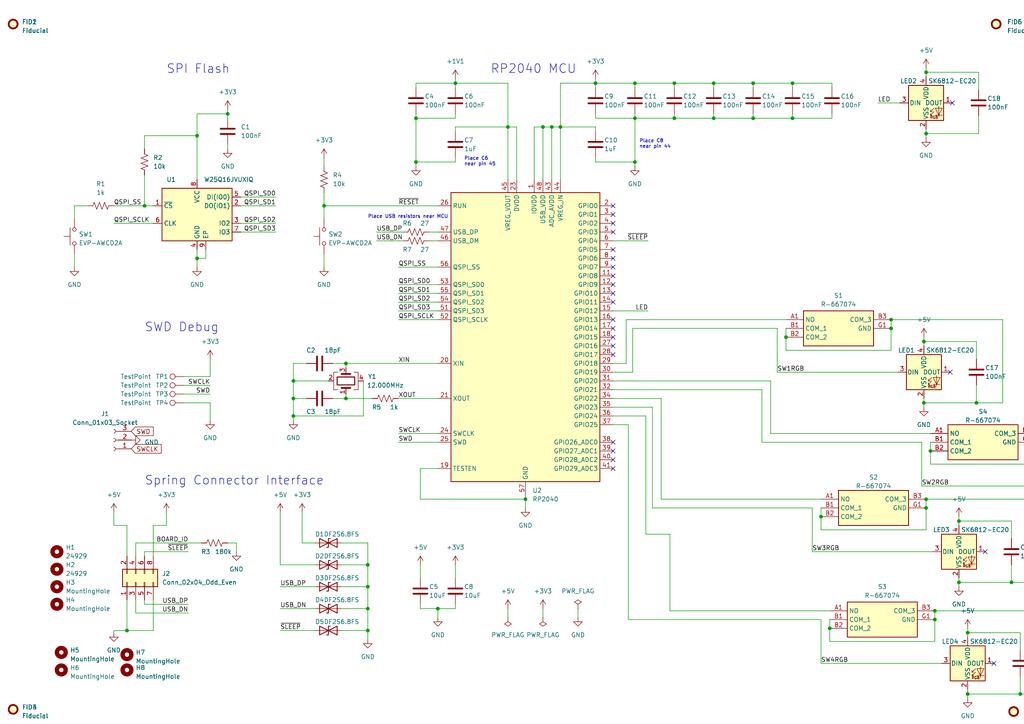
<source format=kicad_sch>
(kicad_sch (version 20230121) (generator eeschema)
  (paper "A4")
  (title_block (title "Macropad Input Modules") (date "2023-07-28") (rev "X1"))
  (junction (at 132.08 24.13))
  (junction (at 41.91 59.69))
  (junction (at 268.605 144.78))
  (junction (at 184.15 34.29))
  (junction (at 280.67 201.295))
  (junction (at 207.01 24.13))
  (junction (at 309.88 132.08))
  (junction (at 218.44 24.13))
  (junction (at 85.09 120.65))
  (junction (at 152.4 144.78))
  (junction (at 268.605 147.32))
  (junction (at 283.21 116.84))
  (junction (at 278.13 168.91))
  (junction (at 268.605 20.955))
  (junction (at 120.65 46.99))
  (junction (at 229.87 24.13))
  (junction (at 293.37 168.91))
  (junction (at 127 176.53))
  (junction (at 100.33 105.41))
  (junction (at 229.87 34.29))
  (junction (at 172.72 24.13))
  (junction (at 106.68 170.18))
  (junction (at 278.13 151.13))
  (junction (at 85.09 110.49))
  (junction (at 218.44 34.29))
  (junction (at 258.445 92.71))
  (junction (at 268.605 38.735))
  (junction (at 195.58 34.29))
  (junction (at 271.145 177.165))
  (junction (at 295.91 201.295))
  (junction (at 100.33 115.57))
  (junction (at 280.67 183.515))
  (junction (at 227.965 97.79))
  (junction (at 267.97 116.84))
  (junction (at 106.68 176.53))
  (junction (at 271.145 179.705))
  (junction (at 106.68 182.88))
  (junction (at 207.01 34.29))
  (junction (at 300.355 125.73))
  (junction (at 147.32 36.83))
  (junction (at 325.12 149.86))
  (junction (at 57.15 39.37))
  (junction (at 238.125 149.86))
  (junction (at 309.88 149.86))
  (junction (at 157.48 36.83))
  (junction (at 120.65 34.29))
  (junction (at 195.58 24.13))
  (junction (at 184.15 24.13))
  (junction (at 66.04 33.02))
  (junction (at 184.15 46.99))
  (junction (at 85.09 115.57))
  (junction (at 240.665 182.245))
  (junction (at 160.02 36.83))
  (junction (at 36.83 182.88))
  (junction (at 93.98 59.69))
  (junction (at 300.355 128.27))
  (junction (at 162.56 36.83))
  (junction (at 57.15 74.93))
  (junction (at 267.97 99.06))
  (junction (at 106.68 163.83))
  (junction (at 269.875 130.81))
  (junction (at 258.445 95.25))
  (no_connect (at 177.8 128.27))
  (no_connect (at 177.8 95.25))
  (no_connect (at 177.8 82.55))
  (no_connect (at 177.8 97.79))
  (no_connect (at 177.8 72.39))
  (no_connect (at 177.8 77.47))
  (no_connect (at 177.8 133.35))
  (no_connect (at 177.8 80.01))
  (no_connect (at 288.29 192.405))
  (no_connect (at 177.8 100.33))
  (no_connect (at 177.8 87.63))
  (no_connect (at 177.8 85.09))
  (no_connect (at 177.8 67.31))
  (no_connect (at 177.8 92.71))
  (no_connect (at 177.8 135.89))
  (no_connect (at 275.59 107.95))
  (no_connect (at 177.8 59.69))
  (no_connect (at 285.75 160.02))
  (no_connect (at 177.8 64.77))
  (no_connect (at 177.8 74.93))
  (no_connect (at 177.8 62.23))
  (no_connect (at 177.8 130.81))
  (no_connect (at 276.225 29.845))
  (no_connect (at 177.8 102.87))
  (no_connect (at 317.5 140.97))
  (wire (pts (xy 177.8 69.85) (xy 187.96 69.85)))
  (wire (pts (xy 33.02 182.88) (xy 33.02 183.515)))
  (wire (pts (xy 187.325 120.65) (xy 177.8 120.65)))
  (wire (pts (xy 147.32 36.83) (xy 147.32 52.07)))
  (wire (pts (xy 121.92 144.78) (xy 152.4 144.78)))
  (wire (pts (xy 59.69 72.39) (xy 59.69 74.93)))
  (wire (pts (xy 147.32 24.13) (xy 132.08 24.13)))
  (wire (pts (xy 240.665 179.705) (xy 240.665 182.245)))
  (wire (pts (xy 66.04 31.75) (xy 66.04 33.02)))
  (wire (pts (xy 283.21 111.76) (xy 283.21 116.84)))
  (wire (pts (xy 183.515 107.95) (xy 177.8 107.95)))
  (wire (pts (xy 293.37 151.13) (xy 293.37 156.21)))
  (wire (pts (xy 184.15 46.99) (xy 184.15 48.26)))
  (wire (pts (xy 152.4 144.78) (xy 152.4 147.32)))
  (wire (pts (xy 300.355 128.27) (xy 300.355 134.62)))
  (wire (pts (xy 33.02 59.69) (xy 41.91 59.69)))
  (wire (pts (xy 157.48 52.07) (xy 157.48 36.83)))
  (wire (pts (xy 227.965 95.25) (xy 227.965 97.79)))
  (wire (pts (xy 278.13 167.64) (xy 278.13 168.91)))
  (wire (pts (xy 99.06 182.88) (xy 106.68 182.88)))
  (wire (pts (xy 100.33 115.57) (xy 107.95 115.57)))
  (wire (pts (xy 218.44 33.02) (xy 218.44 34.29)))
  (wire (pts (xy 227.965 101.6) (xy 258.445 101.6)))
  (wire (pts (xy 207.01 24.13) (xy 207.01 25.4)))
  (wire (pts (xy 109.22 69.85) (xy 116.84 69.85)))
  (wire (pts (xy 191.77 115.57) (xy 177.8 115.57)))
  (wire (pts (xy 240.665 186.055) (xy 271.145 186.055)))
  (wire (pts (xy 21.59 73.66) (xy 21.59 77.47)))
  (wire (pts (xy 238.125 192.405) (xy 238.125 179.705)))
  (wire (pts (xy 41.91 39.37) (xy 57.15 39.37)))
  (wire (pts (xy 267.97 115.57) (xy 267.97 116.84)))
  (wire (pts (xy 121.92 176.53) (xy 127 176.53)))
  (wire (pts (xy 172.72 24.13) (xy 162.56 24.13)))
  (wire (pts (xy 220.98 113.03) (xy 220.98 128.27)))
  (wire (pts (xy 240.665 182.245) (xy 240.665 186.055)))
  (wire (pts (xy 225.425 95.25) (xy 183.515 95.25)))
  (wire (pts (xy 149.86 36.83) (xy 149.86 52.07)))
  (wire (pts (xy 290.83 116.84) (xy 283.21 116.84)))
  (wire (pts (xy 303.53 177.165) (xy 303.53 201.295)))
  (wire (pts (xy 260.35 107.95) (xy 225.425 107.95)))
  (wire (pts (xy 44.45 152.4) (xy 48.26 152.4)))
  (wire (pts (xy 115.57 92.71) (xy 127 92.71)))
  (wire (pts (xy 66.04 157.48) (xy 68.58 157.48)))
  (wire (pts (xy 33.02 64.77) (xy 44.45 64.77)))
  (wire (pts (xy 53.34 116.84) (xy 60.96 116.84)))
  (wire (pts (xy 154.94 36.83) (xy 154.94 52.07)))
  (wire (pts (xy 115.57 128.27) (xy 127 128.27)))
  (wire (pts (xy 268.605 20.955) (xy 268.605 22.225)))
  (wire (pts (xy 69.85 67.31) (xy 80.01 67.31)))
  (wire (pts (xy 120.65 24.13) (xy 132.08 24.13)))
  (wire (pts (xy 121.92 135.89) (xy 121.92 144.78)))
  (wire (pts (xy 172.72 38.1) (xy 172.72 36.83)))
  (wire (pts (xy 195.58 34.29) (xy 207.01 34.29)))
  (wire (pts (xy 191.77 144.78) (xy 191.77 115.57)))
  (wire (pts (xy 99.06 157.48) (xy 106.68 157.48)))
  (wire (pts (xy 184.15 34.29) (xy 184.15 33.02)))
  (wire (pts (xy 183.515 95.25) (xy 183.515 107.95)))
  (wire (pts (xy 268.605 19.685) (xy 268.605 20.955)))
  (wire (pts (xy 207.01 33.02) (xy 207.01 34.29)))
  (wire (pts (xy 189.23 147.32) (xy 235.585 147.32)))
  (wire (pts (xy 254.635 29.845) (xy 260.985 29.845)))
  (wire (pts (xy 187.325 154.94) (xy 187.325 120.65)))
  (wire (pts (xy 85.09 105.41) (xy 85.09 110.49)))
  (wire (pts (xy 85.09 110.49) (xy 95.25 110.49)))
  (wire (pts (xy 194.31 177.165) (xy 240.665 177.165)))
  (wire (pts (xy 309.88 132.08) (xy 309.88 133.35)))
  (wire (pts (xy 309.88 149.86) (xy 309.88 151.13)))
  (wire (pts (xy 184.15 24.13) (xy 195.58 24.13)))
  (wire (pts (xy 295.91 196.215) (xy 295.91 201.295)))
  (wire (pts (xy 157.48 36.83) (xy 160.02 36.83)))
  (wire (pts (xy 41.91 43.18) (xy 41.91 39.37)))
  (wire (pts (xy 270.51 160.02) (xy 235.585 160.02)))
  (wire (pts (xy 57.15 77.47) (xy 57.15 74.93)))
  (wire (pts (xy 57.15 74.93) (xy 57.15 72.39)))
  (wire (pts (xy 57.15 39.37) (xy 57.15 52.07)))
  (wire (pts (xy 120.65 34.29) (xy 132.08 34.29)))
  (wire (pts (xy 36.83 173.99) (xy 36.83 182.88)))
  (wire (pts (xy 115.57 115.57) (xy 127 115.57)))
  (wire (pts (xy 258.445 92.71) (xy 290.83 92.71)))
  (wire (pts (xy 81.28 163.83) (xy 91.44 163.83)))
  (wire (pts (xy 132.08 33.02) (xy 132.08 34.29)))
  (wire (pts (xy 121.92 163.83) (xy 121.92 167.64)))
  (wire (pts (xy 273.05 192.405) (xy 238.125 192.405)))
  (wire (pts (xy 21.59 63.5) (xy 21.59 59.69)))
  (wire (pts (xy 280.67 201.295) (xy 280.67 202.565)))
  (wire (pts (xy 106.68 176.53) (xy 106.68 182.88)))
  (wire (pts (xy 268.605 20.955) (xy 283.845 20.955)))
  (wire (pts (xy 227.965 97.79) (xy 227.965 101.6)))
  (wire (pts (xy 207.01 34.29) (xy 218.44 34.29)))
  (wire (pts (xy 302.26 140.97) (xy 267.335 140.97)))
  (wire (pts (xy 44.45 182.88) (xy 36.83 182.88)))
  (wire (pts (xy 332.74 149.86) (xy 325.12 149.86)))
  (wire (pts (xy 106.68 170.18) (xy 106.68 176.53)))
  (wire (pts (xy 39.37 177.8) (xy 54.61 177.8)))
  (wire (pts (xy 167.64 176.53) (xy 167.64 179.07)))
  (wire (pts (xy 59.69 74.93) (xy 57.15 74.93)))
  (wire (pts (xy 181.61 92.71) (xy 227.965 92.71)))
  (wire (pts (xy 223.52 125.73) (xy 269.875 125.73)))
  (wire (pts (xy 162.56 36.83) (xy 162.56 52.07)))
  (wire (pts (xy 181.61 105.41) (xy 177.8 105.41)))
  (wire (pts (xy 283.845 20.955) (xy 283.845 26.035)))
  (wire (pts (xy 194.31 177.165) (xy 194.31 154.94)))
  (wire (pts (xy 87.63 148.59) (xy 87.63 157.48)))
  (wire (pts (xy 223.52 110.49) (xy 177.8 110.49)))
  (wire (pts (xy 332.74 125.73) (xy 332.74 149.86)))
  (wire (pts (xy 120.65 46.99) (xy 132.08 46.99)))
  (wire (pts (xy 177.8 90.17) (xy 187.96 90.17)))
  (wire (pts (xy 41.91 173.99) (xy 41.91 175.26)))
  (wire (pts (xy 325.12 144.78) (xy 325.12 149.86)))
  (wire (pts (xy 41.91 59.69) (xy 44.45 59.69)))
  (wire (pts (xy 88.9 105.41) (xy 85.09 105.41)))
  (wire (pts (xy 109.22 67.31) (xy 116.84 67.31)))
  (wire (pts (xy 223.52 125.73) (xy 223.52 110.49)))
  (wire (pts (xy 220.98 128.27) (xy 267.335 128.27)))
  (wire (pts (xy 121.92 175.26) (xy 121.92 176.53)))
  (wire (pts (xy 69.85 59.69) (xy 80.01 59.69)))
  (wire (pts (xy 115.57 82.55) (xy 127 82.55)))
  (wire (pts (xy 235.585 160.02) (xy 235.585 147.32)))
  (wire (pts (xy 177.8 113.03) (xy 220.98 113.03)))
  (wire (pts (xy 41.91 50.8) (xy 41.91 59.69)))
  (wire (pts (xy 81.28 176.53) (xy 91.44 176.53)))
  (wire (pts (xy 115.57 87.63) (xy 127 87.63)))
  (wire (pts (xy 93.98 45.72) (xy 93.98 48.26)))
  (wire (pts (xy 283.21 99.06) (xy 283.21 104.14)))
  (wire (pts (xy 309.88 130.81) (xy 309.88 132.08)))
  (wire (pts (xy 93.98 73.66) (xy 93.98 77.47)))
  (wire (pts (xy 283.845 38.735) (xy 268.605 38.735)))
  (wire (pts (xy 184.15 34.29) (xy 184.15 46.99)))
  (wire (pts (xy 191.77 144.78) (xy 238.125 144.78)))
  (wire (pts (xy 309.88 148.59) (xy 309.88 149.86)))
  (wire (pts (xy 300.99 168.91) (xy 293.37 168.91)))
  (wire (pts (xy 66.04 33.02) (xy 66.04 34.29)))
  (wire (pts (xy 241.3 33.02) (xy 241.3 34.29)))
  (wire (pts (xy 268.605 144.78) (xy 268.605 147.32)))
  (wire (pts (xy 207.01 24.13) (xy 218.44 24.13)))
  (wire (pts (xy 41.91 161.29) (xy 41.91 160.02)))
  (wire (pts (xy 57.15 33.02) (xy 57.15 39.37)))
  (wire (pts (xy 66.04 41.91) (xy 66.04 43.18)))
  (wire (pts (xy 127 135.89) (xy 121.92 135.89)))
  (wire (pts (xy 172.72 33.02) (xy 172.72 34.29)))
  (wire (pts (xy 280.67 200.025) (xy 280.67 201.295)))
  (wire (pts (xy 132.08 163.83) (xy 132.08 167.64)))
  (wire (pts (xy 85.09 120.65) (xy 85.09 121.92)))
  (wire (pts (xy 106.68 163.83) (xy 106.68 170.18)))
  (wire (pts (xy 53.34 111.76) (xy 60.96 111.76)))
  (wire (pts (xy 124.46 67.31) (xy 127 67.31)))
  (wire (pts (xy 184.15 25.4) (xy 184.15 24.13)))
  (wire (pts (xy 218.44 24.13) (xy 218.44 25.4)))
  (wire (pts (xy 229.87 33.02) (xy 229.87 34.29)))
  (wire (pts (xy 100.33 115.57) (xy 100.33 114.3)))
  (wire (pts (xy 290.83 92.71) (xy 290.83 116.84)))
  (wire (pts (xy 85.09 115.57) (xy 85.09 120.65)))
  (wire (pts (xy 39.37 173.99) (xy 39.37 177.8)))
  (wire (pts (xy 177.8 123.19) (xy 182.245 123.19)))
  (wire (pts (xy 160.02 52.07) (xy 160.02 36.83)))
  (wire (pts (xy 184.15 34.29) (xy 195.58 34.29)))
  (wire (pts (xy 99.06 176.53) (xy 106.68 176.53)))
  (wire (pts (xy 99.06 170.18) (xy 106.68 170.18)))
  (wire (pts (xy 33.02 148.59) (xy 33.02 152.4)))
  (wire (pts (xy 41.91 160.02) (xy 54.61 160.02)))
  (wire (pts (xy 278.13 168.91) (xy 278.13 170.18)))
  (wire (pts (xy 66.04 33.02) (xy 57.15 33.02)))
  (wire (pts (xy 309.88 132.08) (xy 325.12 132.08)))
  (wire (pts (xy 269.875 130.81) (xy 269.875 134.62)))
  (wire (pts (xy 120.65 46.99) (xy 120.65 48.26)))
  (wire (pts (xy 300.355 125.73) (xy 332.74 125.73)))
  (wire (pts (xy 241.3 25.4) (xy 241.3 24.13)))
  (wire (pts (xy 157.48 176.53) (xy 157.48 179.07)))
  (wire (pts (xy 69.85 64.77) (xy 80.01 64.77)))
  (wire (pts (xy 60.96 116.84) (xy 60.96 121.92)))
  (wire (pts (xy 172.72 24.13) (xy 172.72 25.4)))
  (wire (pts (xy 182.245 123.19) (xy 182.245 179.705)))
  (wire (pts (xy 69.85 57.15) (xy 80.01 57.15)))
  (wire (pts (xy 53.34 109.22) (xy 60.96 109.22)))
  (wire (pts (xy 189.23 147.32) (xy 189.23 118.11)))
  (wire (pts (xy 181.61 92.71) (xy 181.61 105.41)))
  (wire (pts (xy 195.58 24.13) (xy 207.01 24.13)))
  (wire (pts (xy 162.56 24.13) (xy 162.56 36.83)))
  (wire (pts (xy 115.57 77.47) (xy 127 77.47)))
  (wire (pts (xy 268.605 37.465) (xy 268.605 38.735)))
  (wire (pts (xy 41.91 175.26) (xy 54.61 175.26)))
  (wire (pts (xy 278.13 149.86) (xy 278.13 151.13)))
  (wire (pts (xy 100.33 105.41) (xy 127 105.41)))
  (wire (pts (xy 152.4 143.51) (xy 152.4 144.78)))
  (wire (pts (xy 105.41 110.49) (xy 105.41 120.65)))
  (wire (pts (xy 147.32 24.13) (xy 147.32 36.83)))
  (wire (pts (xy 99.06 163.83) (xy 106.68 163.83)))
  (wire (pts (xy 300.355 125.73) (xy 300.355 128.27)))
  (wire (pts (xy 115.57 90.17) (xy 127 90.17)))
  (wire (pts (xy 127 176.53) (xy 127 179.07)))
  (wire (pts (xy 36.83 161.29) (xy 36.83 152.4)))
  (wire (pts (xy 81.28 182.88) (xy 91.44 182.88)))
  (wire (pts (xy 96.52 115.57) (xy 100.33 115.57)))
  (wire (pts (xy 295.91 183.515) (xy 295.91 188.595)))
  (wire (pts (xy 218.44 34.29) (xy 229.87 34.29)))
  (wire (pts (xy 278.13 151.13) (xy 293.37 151.13)))
  (wire (pts (xy 195.58 33.02) (xy 195.58 34.29)))
  (wire (pts (xy 106.68 182.88) (xy 106.68 185.42)))
  (wire (pts (xy 85.09 110.49) (xy 85.09 115.57)))
  (wire (pts (xy 268.605 144.78) (xy 300.99 144.78)))
  (wire (pts (xy 229.87 24.13) (xy 229.87 25.4)))
  (wire (pts (xy 44.45 152.4) (xy 44.45 161.29)))
  (wire (pts (xy 132.08 175.26) (xy 132.08 176.53)))
  (wire (pts (xy 127 59.69) (xy 93.98 59.69)))
  (wire (pts (xy 132.08 45.72) (xy 132.08 46.99)))
  (wire (pts (xy 268.605 38.735) (xy 268.605 40.005)))
  (wire (pts (xy 93.98 59.69) (xy 93.98 63.5)))
  (wire (pts (xy 172.72 22.86) (xy 172.72 24.13)))
  (wire (pts (xy 21.59 59.69) (xy 25.4 59.69)))
  (wire (pts (xy 120.65 33.02) (xy 120.65 34.29)))
  (wire (pts (xy 172.72 45.72) (xy 172.72 46.99)))
  (wire (pts (xy 303.53 201.295) (xy 295.91 201.295)))
  (wire (pts (xy 280.67 183.515) (xy 280.67 184.785)))
  (wire (pts (xy 44.45 173.99) (xy 44.45 182.88)))
  (wire (pts (xy 105.41 120.65) (xy 85.09 120.65)))
  (wire (pts (xy 278.13 151.13) (xy 278.13 152.4)))
  (wire (pts (xy 271.145 179.705) (xy 271.145 186.055)))
  (wire (pts (xy 182.245 179.705) (xy 238.125 179.705)))
  (wire (pts (xy 267.97 97.79) (xy 267.97 99.06)))
  (wire (pts (xy 293.37 163.83) (xy 293.37 168.91)))
  (wire (pts (xy 218.44 24.13) (xy 229.87 24.13)))
  (wire (pts (xy 39.37 161.29) (xy 39.37 157.48)))
  (wire (pts (xy 132.08 22.86) (xy 132.08 24.13)))
  (wire (pts (xy 96.52 105.41) (xy 100.33 105.41)))
  (wire (pts (xy 172.72 46.99) (xy 184.15 46.99)))
  (wire (pts (xy 238.125 149.86) (xy 238.125 153.67)))
  (wire (pts (xy 280.67 182.245) (xy 280.67 183.515)))
  (wire (pts (xy 48.26 148.59) (xy 48.26 152.4)))
  (wire (pts (xy 325.12 132.08) (xy 325.12 137.16)))
  (wire (pts (xy 271.145 177.165) (xy 271.145 179.705)))
  (wire (pts (xy 269.875 128.27) (xy 269.875 130.81)))
  (wire (pts (xy 81.28 170.18) (xy 91.44 170.18)))
  (wire (pts (xy 132.08 24.13) (xy 132.08 25.4)))
  (wire (pts (xy 39.37 157.48) (xy 58.42 157.48)))
  (wire (pts (xy 300.99 144.78) (xy 300.99 168.91)))
  (wire (pts (xy 36.83 152.4) (xy 33.02 152.4)))
  (wire (pts (xy 36.83 182.88) (xy 33.02 182.88)))
  (wire (pts (xy 325.12 149.86) (xy 309.88 149.86)))
  (wire (pts (xy 293.37 168.91) (xy 278.13 168.91)))
  (wire (pts (xy 283.845 33.655) (xy 283.845 38.735)))
  (wire (pts (xy 132.08 36.83) (xy 132.08 38.1)))
  (wire (pts (xy 267.335 140.97) (xy 267.335 128.27)))
  (wire (pts (xy 120.65 24.13) (xy 120.65 25.4)))
  (wire (pts (xy 172.72 34.29) (xy 184.15 34.29)))
  (wire (pts (xy 269.875 134.62) (xy 300.355 134.62)))
  (wire (pts (xy 268.605 147.32) (xy 268.605 153.67)))
  (wire (pts (xy 149.86 36.83) (xy 147.32 36.83)))
  (wire (pts (xy 280.67 183.515) (xy 295.91 183.515)))
  (wire (pts (xy 162.56 36.83) (xy 172.72 36.83)))
  (wire (pts (xy 238.125 147.32) (xy 238.125 149.86)))
  (wire (pts (xy 106.68 157.48) (xy 106.68 163.83)))
  (wire (pts (xy 225.425 107.95) (xy 225.425 95.25)))
  (wire (pts (xy 194.31 154.94) (xy 187.325 154.94)))
  (wire (pts (xy 295.91 201.295) (xy 280.67 201.295)))
  (wire (pts (xy 229.87 24.13) (xy 241.3 24.13)))
  (wire (pts (xy 115.57 85.09) (xy 127 85.09)))
  (wire (pts (xy 271.145 177.165) (xy 303.53 177.165)))
  (wire (pts (xy 81.28 148.59) (xy 81.28 163.83)))
  (wire (pts (xy 195.58 24.13) (xy 195.58 25.4)))
  (wire (pts (xy 154.94 36.83) (xy 157.48 36.83)))
  (wire (pts (xy 53.34 114.3) (xy 60.96 114.3)))
  (wire (pts (xy 85.09 115.57) (xy 88.9 115.57)))
  (wire (pts (xy 258.445 92.71) (xy 258.445 95.25)))
  (wire (pts (xy 283.21 116.84) (xy 267.97 116.84)))
  (wire (pts (xy 238.125 153.67) (xy 268.605 153.67)))
  (wire (pts (xy 229.87 34.29) (xy 241.3 34.29)))
  (wire (pts (xy 60.96 109.22) (xy 60.96 104.14)))
  (wire (pts (xy 258.445 95.25) (xy 258.445 101.6)))
  (wire (pts (xy 115.57 125.73) (xy 127 125.73)))
  (wire (pts (xy 93.98 59.69) (xy 93.98 55.88)))
  (wire (pts (xy 132.08 36.83) (xy 147.32 36.83)))
  (wire (pts (xy 68.58 157.48) (xy 68.58 160.02)))
  (wire (pts (xy 267.97 99.06) (xy 267.97 100.33)))
  (wire (pts (xy 132.08 176.53) (xy 127 176.53)))
  (wire (pts (xy 172.72 24.13) (xy 184.15 24.13)))
  (wire (pts (xy 267.97 99.06) (xy 283.21 99.06)))
  (wire (pts (xy 100.33 105.41) (xy 100.33 106.68)))
  (wire (pts (xy 120.65 34.29) (xy 120.65 46.99)))
  (wire (pts (xy 160.02 36.83) (xy 162.56 36.83)))
  (wire (pts (xy 124.46 69.85) (xy 127 69.85)))
  (wire (pts (xy 189.23 118.11) (xy 177.8 118.11)))
  (wire (pts (xy 267.97 116.84) (xy 267.97 118.11)))
  (wire (pts (xy 87.63 157.48) (xy 91.44 157.48)))
  (wire (pts (xy 147.32 176.53) (xy 147.32 179.07)))
  (text "SPI Flash" (at 48.26 21.59 0) (effects (font (size 2.54 2.54)) (justify left bottom)))
  (text "Place C8\nnear pin 44" (at 185.42 43.18 0) (effects (font (size 1 1)) (justify left bottom)))
  (text "Place USB resistors near MCU" (at 106.68 63.5 0) (effects (font (size 1 1)) (justify left bottom)))
  (text "Spring Connector Interface" (at 41.91 140.97 0) (effects (font (size 2.54 2.54)) (justify left bottom)))
  (text "Place C6\nnear pin 45" (at 134.62 48.26 0) (effects (font (size 1 1)) (justify left bottom)))
  (text "RP2040 MCU" (at 142.24 21.59 0) (effects (font (size 2.54 2.54)) (justify left bottom)))
  (text "SWD Debug" (at 41.91 96.52 0) (effects (font (size 2.54 2.54)) (justify left bottom)))
  (label "QSPI_SD1" (at 115.57 85.09 0))
  (label "QSPI_SD1" (at 80.01 59.69 180))
  (label "QSPI_SD2" (at 115.57 87.63 0))
  (label "QSPI_SD0" (at 80.01 57.15 180))
  (label "SW4RGB" (at 238.125 192.405 0))
  (label "XIN" (at 115.57 105.41 0))
  (label "LED" (at 254.635 29.845 0))
  (label "~{SLEEP}" (at 187.96 69.85 180))
  (label "BOARD_ID" (at 54.61 157.48 180))
  (label "~{SLEEP}" (at 54.61 160.02 180))
  (label "SW3RGB" (at 235.585 160.02 0))
  (label "SW2RGB" (at 267.335 140.97 0))
  (label "QSPI_SS" (at 115.57 77.47 0))
  (label "USB_DP" (at 81.28 170.18 0))
  (label "USB_DN" (at 81.28 176.53 0))
  (label "~{RESET}" (at 115.57 59.69 0))
  (label "QSPI_SCLK" (at 115.57 92.71 0))
  (label "QSPI_SS" (at 33.02 59.69 0))
  (label "USB_DP" (at 54.61 175.26 180))
  (label "QSPI_SD0" (at 115.57 82.55 0))
  (label "USB_DP" (at 109.22 67.31 0))
  (label "QSPI_SCLK" (at 33.02 64.77 0))
  (label "SWD" (at 60.96 114.3 180))
  (label "SW1RGB" (at 225.425 107.95 0))
  (label "USB_DN" (at 54.61 177.8 180))
  (label "QSPI_SD2" (at 80.01 64.77 180))
  (label "SWD" (at 115.57 128.27 0))
  (label "SWCLK" (at 60.96 111.76 180))
  (label "LED" (at 187.96 90.17 180))
  (label "USB_DN" (at 109.22 69.85 0))
  (label "~{SLEEP}" (at 81.28 182.88 0))
  (label "XOUT" (at 115.57 115.57 0))
  (label "QSPI_SD3" (at 80.01 67.31 180))
  (label "QSPI_SD3" (at 115.57 90.17 0))
  (label "SWCLK" (at 115.57 125.73 0))
  (global_label "SWD" (shape input) (at 38.1 125.095 0) (property "Intersheetrefs" "${INTERSHEET_REFS}" (effects hide)))
  (global_label "SWCLK" (shape input) (at 38.1 130.175 0) (property "Intersheetrefs" "${INTERSHEET_REFS}" (effects hide)))
  (symbol (lib_id "power:+5V") (at 267.97 97.79 0) (unit 1)
    (property "Reference" "#PWR029" (effects hide))
    (property "Value" "+5V" (at 267.97 92.71 0))
  )
  (symbol (lib_id "power:GND") (at 309.88 151.13 0) (unit 1)
    (property "Reference" "#PWR038" (effects hide))
    (property "Value" "GND" (at 309.88 156.21 0))
  )
  (symbol (lib_id "Mechanical:Fiducial") (at 3.81 6.985 0) (unit 1)
    (property "Reference" "FID1" (at 6.35 6.35 0) (effects (justify left)))
    (property "Value" "Fiducial" (at 6.35 8.89 0) (effects (justify left)))
    (property "Footprint" "Fiducial:Fiducial_0.75mm_Mask1.5mm" (effects hide))
  )
  (symbol (lib_id "Device:R_US") (at 120.65 69.85 90) (unit 1)
    (property "Reference" "R7" (at 118.11 72.39 90))
    (property "Value" "27" (at 123.19 72.39 90))
    (property "Footprint" "Resistor_SMD:R_0402_1005Metric" (effects hide))
  )
  (symbol (lib_id "Mechanical:MountingHole") (at 36.83 194.31 0) (unit 1)
    (property "Reference" "H8" (at 39.37 193.675 0) (effects (justify left)))
    (property "Value" "MountingHole" (at 39.37 196.215 0) (effects (justify left)))
    (property "Footprint" "MountingHole:MountingHole_2.2mm_M2" (effects hide))
  )
  (symbol (lib_id "power:GND") (at 93.98 77.47 0) (unit 1)
    (property "Reference" "#PWR016" (effects hide))
    (property "Value" "GND" (at 93.98 82.55 0))
  )
  (symbol (lib_id "Connector:TestPoint") (at 53.34 109.22 90) (unit 1)
    (property "Reference" "TP1" (at 46.99 109.22 90))
    (property "Value" "TestPoint" (at 39.37 109.22 90))
    (property "Footprint" "TestPoint:TestPoint_Pad_D1.0mm" (effects hide))
  )
  (symbol (lib_id "InputModule:SK6812MINI-E") (at 267.97 107.95 0) (unit 1)
    (property "Reference" "LED1" (at 262.89 101.6 0))
    (property "Value" "SK6812-EC20" (at 275.59 101.6 0))
    (property "Footprint" "Macropad Small:SK6812-EC20" (effects hide))
    (property "Datasheet" "https://cdn-shop.adafruit.com/product-files/4960/4960_SK6812MINI-E_REV02_EN.pdf" (effects hide))
  )
  (symbol (lib_id "Device:C") (at 92.71 105.41 90) (unit 1)
    (property "Reference" "C2" (at 90.17 101.6 90))
    (property "Value" "18pF" (at 96.52 101.6 90))
    (property "Footprint" "Capacitor_SMD:C_0402_1005Metric" (effects hide))
  )
  (symbol (lib_name "GND_1") (lib_id "power:GND") (at 38.1 127.635 90) (unit 1)
    (property "Reference" "#PWR04" (effects hide))
    (property "Value" "GND" (at 41.91 128.27 90) (effects (justify right)))
  )
  (symbol (lib_id "Connector_Generic:Conn_02x04_Odd_Even") (at 39.37 168.91 90) (unit 1)
    (property "Reference" "J2" (at 46.99 166.3699 90) (effects (justify right)))
    (property "Value" "Conn_02x04_Odd_Even" (at 46.99 168.9099 90) (effects (justify right)))
    (property "Footprint" "Macropad Small:PogoPads_2x4_P2.0mm" (effects hide))
  )
  (symbol (lib_id "power:+3V3") (at 132.08 163.83 0) (unit 1)
    (property "Reference" "#PWR022" (effects hide))
    (property "Value" "+3V3" (at 132.08 158.75 0))
  )
  (symbol (lib_id "power:+5V") (at 121.92 163.83 0) (unit 1)
    (property "Reference" "#PWR019" (effects hide))
    (property "Value" "+5V" (at 121.92 158.75 0))
  )
  (symbol (lib_id "Macropad Small:R-667074") (at 238.125 144.78 0) (unit 1)
    (property "Reference" "S2" (at 253.365 138.43 0))
    (property "Value" "R-667074" (at 253.365 140.97 0))
    (property "Footprint" "Macropad Small:R667074" (effects hide))
    (property "Datasheet" "https://media.digikey.com/pdf/Data%20Sheets/Mitsumi%20Elect/SOF-242HST_7074_ENG_%2317.pdf" (effects hide))
    (property "Height" "1" (effects hide))
    (property "Manufacturer_Name" "Mitsumi Electric" (effects hide))
    (property "Manufacturer_Part_Number" "R-667074" (effects hide))
  )
  (symbol (lib_id "power:GND") (at 60.96 121.92 0) (unit 1)
    (property "Reference" "#PWR08" (effects hide))
    (property "Value" "GND" (at 60.96 127 0))
  )
  (symbol (lib_id "power:GND") (at 106.68 185.42 0) (unit 1)
    (property "Reference" "#PWR017" (effects hide))
    (property "Value" "GND" (at 106.68 190.5 0))
  )
  (symbol (lib_id "power:+5V") (at 278.13 149.86 0) (unit 1)
    (property "Reference" "#PWR033" (effects hide))
    (property "Value" "+5V" (at 278.13 144.78 0))
  )
  (symbol (lib_id "Device:R_US") (at 41.91 46.99 0) (unit 1) (in_bom no)
    (property "Reference" "R2" (at 44.45 45.7199 0) (effects (justify left)))
    (property "Value" "10k" (at 44.45 48.2599 0) (effects (justify left)))
    (property "Footprint" "Resistor_SMD:R_0402_1005Metric" (effects hide))
  )
  (symbol (lib_id "Mechanical:MountingHole") (at 17.78 189.23 0) (unit 1)
    (property "Reference" "H5" (at 20.32 188.595 0) (effects (justify left)))
    (property "Value" "MountingHole" (at 20.32 191.135 0) (effects (justify left)))
    (property "Footprint" "MountingHole:MountingHole_2.2mm_M2" (effects hide))
  )
  (symbol (lib_id "power:+3V3") (at 66.04 31.75 0) (unit 1)
    (property "Reference" "#PWR09" (effects hide))
    (property "Value" "+3V3" (at 66.04 26.67 0))
  )
  (symbol (lib_id "Mechanical:MountingHole") (at 17.78 194.31 0) (unit 1)
    (property "Reference" "H6" (at 20.32 193.675 0) (effects (justify left)))
    (property "Value" "MountingHole" (at 20.32 196.215 0) (effects (justify left)))
    (property "Footprint" "MountingHole:MountingHole_2.2mm_M2" (effects hide))
  )
  (symbol (lib_id "Device:D_TVS") (at 95.25 170.18 180) (unit 1)
    (property "Reference" "D3" (at 92.71 167.64 0))
    (property "Value" "DF2S6.8FS" (at 99.06 167.64 0))
    (property "Footprint" "Diode_SMD:D_SOD-923" (effects hide))
  )
  (symbol (lib_id "power:GND") (at 120.65 48.26 0) (unit 1)
    (property "Reference" "#PWR018" (effects hide))
    (property "Value" "GND" (at 120.65 53.34 0))
  )
  (symbol (lib_id "Connector:TestPoint") (at 53.34 114.3 90) (unit 1)
    (property "Reference" "TP3" (at 46.99 114.3 90))
    (property "Value" "TestPoint" (at 39.37 114.3 90))
    (property "Footprint" "TestPoint:TestPoint_Pad_D1.0mm" (effects hide))
  )
  (symbol (lib_id "Device:R_US") (at 93.98 52.07 0) (unit 1) (in_bom no)
    (property "Reference" "R4" (at 96.52 50.7999 0) (effects (justify left)))
    (property "Value" "10k" (at 96.52 53.3399 0) (effects (justify left)))
    (property "Footprint" "Resistor_SMD:R_0402_1005Metric" (effects hide))
  )
  (symbol (lib_id "power:GND") (at 57.15 77.47 0) (unit 1)
    (property "Reference" "#PWR06" (effects hide))
    (property "Value" "GND" (at 57.15 82.55 0))
  )
  (symbol (lib_id "power:+3V3") (at 48.26 148.59 0) (unit 1)
    (property "Reference" "#PWR05" (effects hide))
    (property "Value" "+3V3" (at 48.26 143.51 0))
  )
  (symbol (lib_id "Mechanical:MountingHole") (at 16.51 170.18 0) (unit 1)
    (property "Reference" "H3" (at 19.05 168.91 0) (effects (justify left)))
    (property "Value" "MountingHole" (at 19.05 171.45 0) (effects (justify left)))
    (property "Footprint" "MountingHole:MountingHole_2.1mm" (effects hide))
  )
  (symbol (lib_id "power:+3V3") (at 60.96 104.14 0) (unit 1)
    (property "Reference" "#PWR07" (effects hide))
    (property "Value" "+3V3" (at 60.96 99.06 0))
  )
  (symbol (lib_id "power:+3V3") (at 157.48 176.53 0) (unit 1)
    (property "Reference" "#PWR025" (effects hide))
    (property "Value" "+3V3" (at 157.48 171.45 0))
  )
  (symbol (lib_id "InputModule:SK6812MINI-E") (at 309.88 140.97 0) (unit 1)
    (property "Reference" "LED5" (at 304.8 134.62 0))
    (property "Value" "SK6812-EC20" (at 317.5 134.62 0))
    (property "Footprint" "Macropad Small:SK6812-EC20" (effects hide))
    (property "Datasheet" "https://cdn-shop.adafruit.com/product-files/4960/4960_SK6812MINI-E_REV02_EN.pdf" (effects hide))
  )
  (symbol (lib_id "InputModule:SK6812MINI-E") (at 268.605 29.845 0) (unit 1)
    (property "Reference" "LED2" (at 263.525 23.495 0))
    (property "Value" "SK6812-EC20" (at 276.225 23.495 0))
    (property "Footprint" "Macropad Small:SK6812-EC20" (effects hide))
    (property "Datasheet" "https://cdn-shop.adafruit.com/product-files/4960/4960_SK6812MINI-E_REV02_EN.pdf" (effects hide))
  )
  (symbol (lib_id "power:+5V") (at 268.605 19.685 0) (unit 1)
    (property "Reference" "#PWR031" (effects hide))
    (property "Value" "+5V" (at 268.605 14.605 0))
  )
  (symbol (lib_id "MCU_RaspberryPi:RP2040") (at 152.4 97.79 0) (unit 1)
    (property "Reference" "U2" (at 154.4194 142.24 0) (effects (justify left)))
    (property "Value" "RP2040" (at 154.4194 144.78 0) (effects (justify left)))
    (property "Footprint" "Package_DFN_QFN:QFN-56-1EP_7x7mm_P0.4mm_EP3.2x3.2mm" (effects hide))
    (property "Datasheet" "https://datasheets.raspberrypi.com/rp2040/rp2040-datasheet.pdf" (effects hide))
  )
  (symbol (lib_id "Switch:SW_Push") (at 93.98 68.58 90) (unit 1)
    (property "Reference" "SW2" (at 95.25 67.945 90) (effects (justify right)))
    (property "Value" "EVP-AWCD2A" (at 95.25 70.485 90) (effects (justify right)))
    (property "Footprint" "Button_Switch_SMD:SW_SPST_CK_KXT3" (effects hide))
  )
  (symbol (lib_id "power:PWR_FLAG") (at 147.32 179.07 180) (unit 1)
    (property "Reference" "#FLG01" (effects hide))
    (property "Value" "PWR_FLAG" (at 147.32 184.15 0))
  )
  (symbol (lib_id "Device:C") (at 295.91 192.405 0) (unit 1)
    (property "Reference" "C20" (at 298.45 191.135 0) (effects (justify left)))
    (property "Value" "100nF" (at 298.45 193.675 0) (effects (justify left)))
    (property "Footprint" "Capacitor_SMD:C_0402_1005Metric" (effects hide))
  )
  (symbol (lib_id "power:GND") (at 167.64 179.07 0) (unit 1)
    (property "Reference" "#PWR026" (effects hide))
    (property "Value" "GND" (at 167.64 184.15 0))
  )
  (symbol (lib_id "Device:C") (at 293.37 160.02 0) (unit 1)
    (property "Reference" "C19" (at 295.91 158.75 0) (effects (justify left)))
    (property "Value" "100nF" (at 295.91 161.29 0) (effects (justify left)))
    (property "Footprint" "Capacitor_SMD:C_0402_1005Metric" (effects hide))
  )
  (symbol (lib_id "power:PWR_FLAG") (at 157.48 179.07 180) (unit 1)
    (property "Reference" "#FLG02" (effects hide))
    (property "Value" "PWR_FLAG" (at 157.48 184.15 0))
  )
  (symbol (lib_id "Device:R_US") (at 120.65 67.31 90) (unit 1)
    (property "Reference" "R6" (at 118.11 64.77 90))
    (property "Value" "27" (at 123.19 64.77 90))
    (property "Footprint" "Resistor_SMD:R_0402_1005Metric" (effects hide))
  )
  (symbol (lib_id "power:+3V3") (at 172.72 22.86 0) (unit 1)
    (property "Reference" "#PWR027" (effects hide))
    (property "Value" "+3V3" (at 172.72 17.78 0))
  )
  (symbol (lib_id "power:+5V") (at 81.28 148.59 0) (unit 1)
    (property "Reference" "#PWR012" (effects hide))
    (property "Value" "+5V" (at 81.28 143.51 0))
  )
  (symbol (lib_id "Mechanical:Fiducial") (at 3.81 205.74 0) (unit 1)
    (property "Reference" "FID3" (at 6.35 205.105 0) (effects (justify left)))
    (property "Value" "Fiducial" (at 6.35 207.645 0) (effects (justify left)))
    (property "Footprint" "Fiducial:Fiducial_0.75mm_Mask1.5mm" (effects hide))
  )
  (symbol (lib_id "Device:C") (at 121.92 171.45 0) (unit 1)
    (property "Reference" "C5" (at 124.46 170.18 0) (effects (justify left)))
    (property "Value" "10uF" (at 124.46 172.72 0) (effects (justify left)))
    (property "Footprint" "Capacitor_SMD:C_0402_1005Metric" (effects hide))
  )
  (symbol (lib_id "Device:C") (at 207.01 29.21 0) (unit 1)
    (property "Reference" "C13" (at 209.55 27.94 0) (effects (justify left)))
    (property "Value" "100nF" (at 209.55 30.48 0) (effects (justify left)))
    (property "Footprint" "Capacitor_SMD:C_0402_1005Metric" (effects hide))
  )
  (symbol (lib_id "Connector:TestPoint") (at 53.34 116.84 90) (unit 1)
    (property "Reference" "TP4" (at 46.99 116.84 90))
    (property "Value" "TestPoint" (at 39.37 116.84 90))
    (property "Footprint" "TestPoint:TestPoint_Pad_D1.0mm" (effects hide))
  )
  (symbol (lib_id "Mechanical:MountingHole") (at 36.83 189.865 0) (unit 1)
    (property "Reference" "H7" (at 39.37 189.23 0) (effects (justify left)))
    (property "Value" "MountingHole" (at 39.37 191.77 0) (effects (justify left)))
    (property "Footprint" "MountingHole:MountingHole_2.2mm_M2" (effects hide))
  )
  (symbol (lib_id "Switch:SW_Push") (at 21.59 68.58 90) (unit 1)
    (property "Reference" "SW1" (at 22.86 67.945 90) (effects (justify right)))
    (property "Value" "EVP-AWCD2A" (at 22.86 70.485 90) (effects (justify right)))
    (property "Footprint" "Button_Switch_SMD:SW_SPST_CK_KXT3" (effects hide))
  )
  (symbol (lib_id "Device:C") (at 184.15 29.21 0) (unit 1)
    (property "Reference" "C11" (at 186.69 27.94 0) (effects (justify left)))
    (property "Value" "100nF" (at 186.69 30.48 0) (effects (justify left)))
    (property "Footprint" "Capacitor_SMD:C_0402_1005Metric" (effects hide))
  )
  (symbol (lib_id "power:GND") (at 66.04 43.18 0) (unit 1)
    (property "Reference" "#PWR010" (effects hide))
    (property "Value" "GND" (at 66.04 48.26 0))
  )
  (symbol (lib_id "power:GND") (at 33.02 183.515 0) (unit 1)
    (property "Reference" "#PWR03" (effects hide))
    (property "Value" "GND" (at 33.02 188.595 0))
  )
  (symbol (lib_id "Macropad Small:R-667074") (at 240.665 177.165 0) (unit 1)
    (property "Reference" "S3" (at 255.905 170.18 0))
    (property "Value" "R-667074" (at 255.905 172.72 0))
    (property "Footprint" "Macropad Small:R667074" (effects hide))
    (property "Datasheet" "https://media.digikey.com/pdf/Data%20Sheets/Mitsumi%20Elect/SOF-242HST_7074_ENG_%2317.pdf" (effects hide))
    (property "Height" "1" (effects hide))
    (property "Manufacturer_Name" "Mitsumi Electric" (effects hide))
    (property "Manufacturer_Part_Number" "R-667074" (effects hide))
  )
  (symbol (lib_id "power:+5V") (at 33.02 148.59 0) (unit 1)
    (property "Reference" "#PWR02" (effects hide))
    (property "Value" "+5V" (at 33.02 143.51 0))
  )
  (symbol (lib_id "Device:R_US") (at 62.23 157.48 90) (unit 1)
    (property "Reference" "R3" (at 59.69 160.02 90))
    (property "Value" "180k" (at 64.77 160.02 90))
    (property "Footprint" "Resistor_SMD:R_0402_1005Metric" (effects hide))
  )
  (symbol (lib_id "power:+3V3") (at 93.98 45.72 0) (unit 1)
    (property "Reference" "#PWR015" (effects hide))
    (property "Value" "+3V3" (at 93.98 40.64 0))
  )
  (symbol (lib_id "InputModule:SK6812MINI-E") (at 280.67 192.405 0) (unit 1)
    (property "Reference" "LED4" (at 275.59 186.055 0))
    (property "Value" "SK6812-EC20" (at 288.29 186.055 0))
    (property "Footprint" "Macropad Small:SK6812-EC20" (effects hide))
    (property "Datasheet" "https://cdn-shop.adafruit.com/product-files/4960/4960_SK6812MINI-E_REV02_EN.pdf" (effects hide))
  )
  (symbol (lib_id "power:GND") (at 184.15 48.26 0) (unit 1)
    (property "Reference" "#PWR028" (effects hide))
    (property "Value" "GND" (at 184.15 53.34 0))
  )
  (symbol (lib_id "Device:Crystal_GND24") (at 100.33 110.49 90) (unit 1)
    (property "Reference" "Y1" (at 107.95 109.22 90))
    (property "Value" "12.000MHz" (at 111.76 111.76 90))
    (property "Footprint" "Crystal:Crystal_SMD_5032-4Pin_5.0x3.2mm" (effects hide))
    (property "MPN" "K12000J074" (effects hide))
  )
  (symbol (lib_id "Device:C") (at 229.87 29.21 0) (unit 1)
    (property "Reference" "C15" (at 232.41 27.94 0) (effects (justify left)))
    (property "Value" "100nF" (at 232.41 30.48 0) (effects (justify left)))
    (property "Footprint" "Capacitor_SMD:C_0402_1005Metric" (effects hide))
  )
  (symbol (lib_id "Mechanical:Fiducial") (at 3.81 205.74 0) (unit 1)
    (property "Reference" "FID4" (at 6.35 205.105 0) (effects (justify left)))
    (property "Value" "Fiducial" (at 6.35 207.645 0) (effects (justify left)))
    (property "Footprint" "Fiducial:Fiducial_0.75mm_Mask1.5mm" (effects hide))
  )
  (symbol (lib_id "power:GND") (at 268.605 40.005 0) (unit 1)
    (property "Reference" "#PWR032" (effects hide))
    (property "Value" "GND" (at 268.605 45.085 0))
  )
  (symbol (lib_id "Macropad Small:R-667074") (at 269.875 125.73 0) (unit 1)
    (property "Reference" "S4" (at 285.115 119.38 0))
    (property "Value" "R-667074" (at 285.115 121.92 0))
    (property "Footprint" "Macropad Small:R667074" (effects hide))
    (property "Datasheet" "https://media.digikey.com/pdf/Data%20Sheets/Mitsumi%20Elect/SOF-242HST_7074_ENG_%2317.pdf" (effects hide))
    (property "Height" "1" (effects hide))
    (property "Manufacturer_Name" "Mitsumi Electric" (effects hide))
    (property "Manufacturer_Part_Number" "R-667074" (effects hide))
  )
  (symbol (lib_id "power:+5V") (at 280.67 182.245 0) (unit 1)
    (property "Reference" "#PWR035" (effects hide))
    (property "Value" "+5V" (at 280.67 177.165 0))
  )
  (symbol (lib_id "InputModule:W25Q16JVUX") (at 57.15 62.23 0) (unit 1)
    (property "Reference" "U1" (at 48.26 52.07 0) (effects (justify left)))
    (property "Value" "W25Q16JVUXIQ " (at 59.1694 52.07 0) (effects (justify left)))
    (property "Footprint" "Macropad Small:SON-8-1EP_3x2mm_P0.5mm_EP0.2x1.6mm" (effects hide))
    (property "Datasheet" "https://www.winbond.com/resource-files/w25q16jv%20spi%20revh%2004082019%20plus.pdf" (effects hide))
  )
  (symbol (lib_id "Device:R_US") (at 29.21 59.69 90) (unit 1)
    (property "Reference" "R1" (at 29.21 53.34 90))
    (property "Value" "1k" (at 29.21 55.88 90))
    (property "Footprint" "Resistor_SMD:R_0402_1005Metric" (effects hide))
  )
  (symbol (lib_id "Device:D_TVS") (at 95.25 176.53 180) (unit 1)
    (property "Reference" "D4" (at 92.71 173.99 0))
    (property "Value" "DF2S6.8FS" (at 99.06 173.99 0))
    (property "Footprint" "Diode_SMD:D_SOD-923" (effects hide))
  )
  (symbol (lib_id "Device:C") (at 325.12 140.97 0) (unit 1)
    (property "Reference" "C21" (at 327.66 139.7 0) (effects (justify left)))
    (property "Value" "100nF" (at 327.66 142.24 0) (effects (justify left)))
    (property "Footprint" "Capacitor_SMD:C_0402_1005Metric" (effects hide))
  )
  (symbol (lib_id "InputModule:SK6812MINI-E") (at 278.13 160.02 0) (unit 1)
    (property "Reference" "LED3" (at 273.05 153.67 0))
    (property "Value" "SK6812-EC20" (at 285.75 153.67 0))
    (property "Footprint" "Macropad Small:SK6812-EC20" (effects hide))
    (property "Datasheet" "https://cdn-shop.adafruit.com/product-files/4960/4960_SK6812MINI-E_REV02_EN.pdf" (effects hide))
  )
  (symbol (lib_id "Device:C") (at 283.845 29.845 0) (unit 1)
    (property "Reference" "C18" (at 286.385 28.575 0) (effects (justify left)))
    (property "Value" "100nF" (at 286.385 31.115 0) (effects (justify left)))
    (property "Footprint" "Capacitor_SMD:C_0402_1005Metric" (effects hide))
  )
  (symbol (lib_id "Device:C") (at 132.08 29.21 0) (unit 1)
    (property "Reference" "C6" (at 134.62 27.94 0) (effects (justify left)))
    (property "Value" "100nF" (at 134.62 30.48 0) (effects (justify left)))
    (property "Footprint" "Capacitor_SMD:C_0402_1005Metric" (effects hide))
  )
  (symbol (lib_id "Connector:TestPoint") (at 53.34 111.76 90) (unit 1)
    (property "Reference" "TP2" (at 46.99 111.76 90))
    (property "Value" "TestPoint" (at 39.37 111.76 90))
    (property "Footprint" "TestPoint:TestPoint_Pad_D1.0mm" (effects hide))
  )
  (symbol (lib_id "power:+1V1") (at 132.08 22.86 0) (unit 1)
    (property "Reference" "#PWR021" (effects hide))
    (property "Value" "+1V1" (at 132.08 17.78 0))
  )
  (symbol (lib_id "power:+5V") (at 147.32 176.53 0) (unit 1)
    (property "Reference" "#PWR023" (effects hide))
    (property "Value" "+5V" (at 147.32 171.45 0))
  )
  (symbol (lib_id "Device:C") (at 283.21 107.95 0) (unit 1)
    (property "Reference" "C17" (at 285.75 106.68 0) (effects (justify left)))
    (property "Value" "100nF" (at 285.75 109.22 0) (effects (justify left)))
    (property "Footprint" "Capacitor_SMD:C_0402_1005Metric" (effects hide))
  )
  (symbol (lib_id "power:GND") (at 280.67 202.565 0) (unit 1)
    (property "Reference" "#PWR036" (effects hide))
    (property "Value" "GND" (at 280.67 207.645 0))
  )
  (symbol (lib_id "Device:C") (at 132.08 41.91 0) (unit 1)
    (property "Reference" "C7" (at 134.62 40.64 0) (effects (justify left)))
    (property "Value" "1uF" (at 134.62 43.18 0) (effects (justify left)))
    (property "Footprint" "Capacitor_SMD:C_0402_1005Metric" (effects hide))
  )
  (symbol (lib_id "Mechanical:MountingHole") (at 16.51 160.02 0) (unit 1)
    (property "Reference" "H1" (at 19.05 158.75 0) (effects (justify left)))
    (property "Value" "24929" (at 19.05 161.29 0) (effects (justify left)))
    (property "Footprint" "Macropad Small:MountingHole_3.7mm_Pad_24929" (effects hide))
  )
  (symbol (lib_id "Mechanical:Fiducial") (at 3.81 6.985 0) (unit 1)
    (property "Reference" "FID2" (at 6.35 6.35 0) (effects (justify left)))
    (property "Value" "Fiducial" (at 6.35 8.89 0) (effects (justify left)))
    (property "Footprint" "Fiducial:Fiducial_0.75mm_Mask1.5mm" (effects hide))
  )
  (symbol (lib_id "Device:C") (at 172.72 41.91 0) (unit 1)
    (property "Reference" "C10" (at 175.26 40.64 0) (effects (justify left)))
    (property "Value" "1uF" (at 175.26 43.18 0) (effects (justify left)))
    (property "Footprint" "Capacitor_SMD:C_0402_1005Metric" (effects hide))
  )
  (symbol (lib_id "Connector:Conn_01x03_Socket") (at 33.02 127.635 180) (unit 1)
    (property "Reference" "J1" (at 30.48 120.015 0))
    (property "Value" "Conn_01x03_Socket" (at 30.48 122.555 0))
    (property "Footprint" "Connector_JST:JST_SH_BM03B-SRSS-TB_1x03-1MP_P1.00mm_Vertical" (effects hide))
  )
  (symbol (lib_id "Device:C") (at 172.72 29.21 0) (unit 1)
    (property "Reference" "C9" (at 175.26 27.94 0) (effects (justify left)))
    (property "Value" "100nF" (at 175.26 30.48 0) (effects (justify left)))
    (property "Footprint" "Capacitor_SMD:C_0402_1005Metric" (effects hide))
  )
  (symbol (lib_id "Device:R_US") (at 111.76 115.57 90) (unit 1)
    (property "Reference" "R5" (at 109.22 118.11 90))
    (property "Value" "1k" (at 114.3 118.11 90))
    (property "Footprint" "Resistor_SMD:R_0402_1005Metric" (effects hide))
  )
  (symbol (lib_id "power:GND") (at 127 179.07 0) (unit 1)
    (property "Reference" "#PWR020" (effects hide))
    (property "Value" "GND" (at 127 184.15 0))
  )
  (symbol (lib_id "power:PWR_FLAG") (at 167.64 176.53 0) (unit 1)
    (property "Reference" "#FLG03" (effects hide))
    (property "Value" "PWR_FLAG" (at 167.64 171.45 0))
  )
  (symbol (lib_id "Device:D_TVS") (at 95.25 157.48 180) (unit 1)
    (property "Reference" "D1" (at 92.71 154.94 0))
    (property "Value" "DF2S6.8FS" (at 99.06 154.94 0))
    (property "Footprint" "Diode_SMD:D_SOD-923" (effects hide))
  )
  (symbol (lib_id "Device:D_TVS") (at 95.25 182.88 180) (unit 1)
    (property "Reference" "D5" (at 92.71 180.34 0))
    (property "Value" "DF2S6.8FS" (at 99.06 180.34 0))
    (property "Footprint" "Diode_SMD:D_SOD-923" (effects hide))
  )
  (symbol (lib_id "power:GND") (at 85.09 121.92 0) (unit 1)
    (property "Reference" "#PWR013" (effects hide))
    (property "Value" "GND" (at 85.09 127 0))
  )
  (symbol (lib_id "Macropad Small:R-667074") (at 227.965 92.71 0) (unit 1)
    (property "Reference" "S1" (at 243.205 85.725 0))
    (property "Value" "R-667074" (at 243.205 88.265 0))
    (property "Footprint" "Macropad Small:R667074" (effects hide))
    (property "Datasheet" "https://media.digikey.com/pdf/Data%20Sheets/Mitsumi%20Elect/SOF-242HST_7074_ENG_%2317.pdf" (effects hide))
    (property "Height" "1" (effects hide))
    (property "Manufacturer_Name" "Mitsumi Electric" (effects hide))
    (property "Manufacturer_Part_Number" "R-667074" (effects hide))
  )
  (symbol (lib_id "power:GND") (at 152.4 147.32 0) (unit 1)
    (property "Reference" "#PWR024" (effects hide))
    (property "Value" "GND" (at 152.4 152.4 0))
  )
  (symbol (lib_id "power:GND") (at 267.97 118.11 0) (unit 1)
    (property "Reference" "#PWR030" (effects hide))
    (property "Value" "GND" (at 267.97 123.19 0))
  )
  (symbol (lib_id "power:+5V") (at 309.88 130.81 0) (unit 1)
    (property "Reference" "#PWR037" (effects hide))
    (property "Value" "+5V" (at 309.88 125.73 0))
  )
  (symbol (lib_id "power:+3V3") (at 87.63 148.59 0) (unit 1)
    (property "Reference" "#PWR014" (effects hide))
    (property "Value" "+3V3" (at 87.63 143.51 0))
  )
  (symbol (lib_id "Device:C") (at 195.58 29.21 0) (unit 1)
    (property "Reference" "C12" (at 198.12 27.94 0) (effects (justify left)))
    (property "Value" "100nF" (at 198.12 30.48 0) (effects (justify left)))
    (property "Footprint" "Capacitor_SMD:C_0402_1005Metric" (effects hide))
  )
  (symbol (lib_id "Mechanical:MountingHole") (at 16.51 175.26 0) (unit 1)
    (property "Reference" "H4" (at 19.05 173.99 0) (effects (justify left)))
    (property "Value" "MountingHole" (at 19.05 176.53 0) (effects (justify left)))
    (property "Footprint" "MountingHole:MountingHole_2.1mm" (effects hide))
  )
  (symbol (lib_id "Device:C") (at 132.08 171.45 0) (unit 1)
    (property "Reference" "C8" (at 134.62 170.18 0) (effects (justify left)))
    (property "Value" "10uF" (at 134.62 172.72 0) (effects (justify left)))
    (property "Footprint" "Capacitor_SMD:C_0402_1005Metric" (effects hide))
  )
  (symbol (lib_id "Device:C") (at 66.04 38.1 0) (unit 1)
    (property "Reference" "C1" (at 69.85 36.8299 0) (effects (justify left)))
    (property "Value" "100nF" (at 69.85 39.3699 0) (effects (justify left)))
    (property "Footprint" "Capacitor_SMD:C_0402_1005Metric" (effects hide))
  )
  (symbol (lib_id "power:GND") (at 21.59 77.47 0) (unit 1)
    (property "Reference" "#PWR01" (effects hide))
    (property "Value" "GND" (at 21.59 82.55 0))
  )
  (symbol (lib_id "Device:D_TVS") (at 95.25 163.83 180) (unit 1)
    (property "Reference" "D2" (at 92.71 161.29 0))
    (property "Value" "DF2S6.8FS" (at 99.06 161.29 0))
    (property "Footprint" "Diode_SMD:D_SOD-923" (effects hide))
  )
  (symbol (lib_id "Device:C") (at 218.44 29.21 0) (unit 1)
    (property "Reference" "C14" (at 220.98 27.94 0) (effects (justify left)))
    (property "Value" "100nF" (at 220.98 30.48 0) (effects (justify left)))
    (property "Footprint" "Capacitor_SMD:C_0402_1005Metric" (effects hide))
  )
  (symbol (lib_id "Mechanical:Fiducial") (at 294.005 206.375 0) (unit 1)
    (property "Reference" "FID7" (at 297.18 205.74 0) (effects (justify left)))
    (property "Value" "Fiducial" (at 297.18 208.28 0) (effects (justify left)))
    (property "Footprint" "Fiducial:Fiducial_0.75mm_Mask1.5mm" (effects hide))
  )
  (symbol (lib_id "Device:C") (at 92.71 115.57 90) (unit 1)
    (property "Reference" "C3" (at 90.17 119.38 90))
    (property "Value" "18pF" (at 96.52 119.38 90))
    (property "Footprint" "Capacitor_SMD:C_0402_1005Metric" (effects hide))
  )
  (symbol (lib_id "power:GND") (at 68.58 160.02 0) (unit 1)
    (property "Reference" "#PWR011" (effects hide))
    (property "Value" "GND" (at 68.58 165.1 0))
  )
  (symbol (lib_id "Mechanical:Fiducial") (at 288.925 6.985 0) (unit 1)
    (property "Reference" "FID5" (at 292.1 6.35 0) (effects (justify left)))
    (property "Value" "Fiducial" (at 292.1 8.89 0) (effects (justify left)))
    (property "Footprint" "Fiducial:Fiducial_0.75mm_Mask1.5mm" (effects hide))
  )
  (symbol (lib_id "Device:C") (at 241.3 29.21 0) (unit 1)
    (property "Reference" "C16" (at 243.84 27.94 0) (effects (justify left)))
    (property "Value" "100nF" (at 243.84 30.48 0) (effects (justify left)))
    (property "Footprint" "Capacitor_SMD:C_0402_1005Metric" (effects hide))
  )
  (symbol (lib_id "Mechanical:MountingHole") (at 16.51 165.1 0) (unit 1)
    (property "Reference" "H2" (at 19.05 163.83 0) (effects (justify left)))
    (property "Value" "24929" (at 19.05 166.37 0) (effects (justify left)))
    (property "Footprint" "Macropad Small:MountingHole_3.7mm_Pad_24929" (effects hide))
  )
  (symbol (lib_id "Device:C") (at 120.65 29.21 0) (unit 1)
    (property "Reference" "C4" (at 123.19 27.94 0) (effects (justify left)))
    (property "Value" "100nF" (at 123.19 30.48 0) (effects (justify left)))
    (property "Footprint" "Capacitor_SMD:C_0402_1005Metric" (effects hide))
  )
  (symbol (lib_id "power:GND") (at 278.13 170.18 0) (unit 1)
    (property "Reference" "#PWR034" (effects hide))
    (property "Value" "GND" (at 278.13 175.26 0))
  )
  (symbol (lib_id "Mechanical:Fiducial") (at 294.005 206.375 0) (unit 1)
    (property "Reference" "FID8" (at 297.18 205.74 0) (effects (justify left)))
    (property "Value" "Fiducial" (at 297.18 208.28 0) (effects (justify left)))
    (property "Footprint" "Fiducial:Fiducial_0.75mm_Mask1.5mm" (effects hide))
  )
  (symbol (lib_id "Mechanical:Fiducial") (at 288.925 6.985 0) (unit 1)
    (property "Reference" "FID6" (at 292.1 6.35 0) (effects (justify left)))
    (property "Value" "Fiducial" (at 292.1 8.89 0) (effects (justify left)))
    (property "Footprint" "Fiducial:Fiducial_0.75mm_Mask1.5mm" (effects hide))
  )
)
</source>
